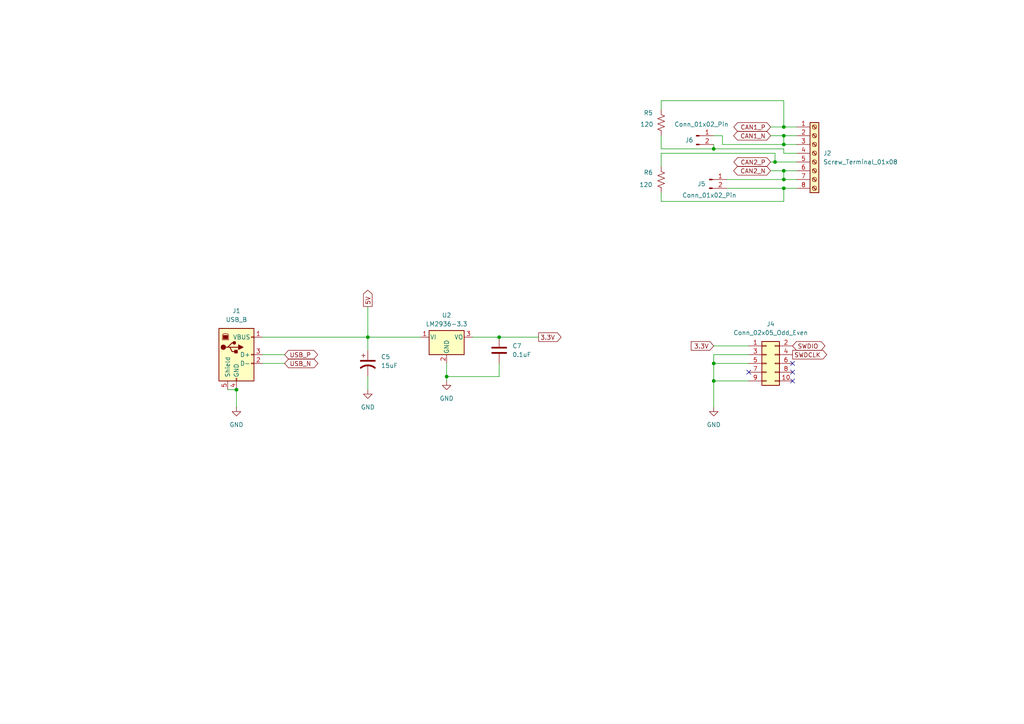
<source format=kicad_sch>
(kicad_sch (version 20250114) (generator "eeschema") (generator_version "9.0")
  (paper "A4")
  (title_block (title "USB and Power Supply") (date "2025-09-17") (comment 1 "Copyright 2025 Karl Yamashita"))
  (lib_symbols
    (symbol "Connector:Conn_01x02_Pin" (pin_names (offset 1.016) (hide yes))
      (property "Reference" "J" (at 0 2.54 0))
      (property "Value" "Conn_01x02_Pin" (at 0 -5.08 0))
      (symbol "Conn_01x02_Pin_1_1"
        (rectangle (start 0.8636 0.127) (end 0 -0.127) (stroke (width 0.1524)) (fill (type outline)))
        (rectangle (start 0.8636 -2.413) (end 0 -2.667) (stroke (width 0.1524)) (fill (type outline)))
        (polyline (pts (xy 1.27 0) (xy 0.8636 0)) (stroke (width 0.1524)))
        (polyline (pts (xy 1.27 -2.54) (xy 0.8636 -2.54)) (stroke (width 0.1524)))
        (pin passive line (at 5.08 0 180) (length 3.81) (name "Pin_1") (number "1"))
        (pin passive line (at 5.08 -2.54 180) (length 3.81) (name "Pin_2") (number "2"))
      )
    )
    (symbol "Connector:Screw_Terminal_01x08" (pin_names (offset 1.016) (hide yes))
      (property "Reference" "J" (at 0 10.16 0))
      (property "Value" "Screw_Terminal_01x08" (at 0 -12.7 0))
      (symbol "Screw_Terminal_01x08_1_1"
        (rectangle (start -1.27 8.89) (end 1.27 -11.43) (stroke (width 0.254)) (fill (type background)))
        (polyline (pts (xy -0.5334 7.9502) (xy 0.3302 7.112)) (stroke (width 0.1524)))
        (polyline (pts (xy -0.5334 5.4102) (xy 0.3302 4.572)) (stroke (width 0.1524)))
        (polyline (pts (xy -0.5334 2.8702) (xy 0.3302 2.032)) (stroke (width 0.1524)))
        (polyline (pts (xy -0.5334 0.3302) (xy 0.3302 -0.508)) (stroke (width 0.1524)))
        (polyline (pts (xy -0.5334 -2.2098) (xy 0.3302 -3.048)) (stroke (width 0.1524)))
        (polyline (pts (xy -0.5334 -4.7498) (xy 0.3302 -5.588)) (stroke (width 0.1524)))
        (polyline (pts (xy -0.5334 -7.2898) (xy 0.3302 -8.128)) (stroke (width 0.1524)))
        (polyline (pts (xy -0.5334 -9.8298) (xy 0.3302 -10.668)) (stroke (width 0.1524)))
        (polyline (pts (xy -0.3556 8.128) (xy 0.508 7.2898)) (stroke (width 0.1524)))
        (polyline (pts (xy -0.3556 5.588) (xy 0.508 4.7498)) (stroke (width 0.1524)))
        (polyline (pts (xy -0.3556 3.048) (xy 0.508 2.2098)) (stroke (width 0.1524)))
        (polyline (pts (xy -0.3556 0.508) (xy 0.508 -0.3302)) (stroke (width 0.1524)))
        (polyline (pts (xy -0.3556 -2.032) (xy 0.508 -2.8702)) (stroke (width 0.1524)))
        (polyline (pts (xy -0.3556 -4.572) (xy 0.508 -5.4102)) (stroke (width 0.1524)))
        (polyline (pts (xy -0.3556 -7.112) (xy 0.508 -7.9502)) (stroke (width 0.1524)))
        (polyline (pts (xy -0.3556 -9.652) (xy 0.508 -10.4902)) (stroke (width 0.1524)))
        (circle (center 0 7.62) (radius 0.635) (stroke (width 0.1524)))
        (circle (center 0 5.08) (radius 0.635) (stroke (width 0.1524)))
        (circle (center 0 2.54) (radius 0.635) (stroke (width 0.1524)))
        (circle (center 0 0) (radius 0.635) (stroke (width 0.1524)))
        (circle (center 0 -2.54) (radius 0.635) (stroke (width 0.1524)))
        (circle (center 0 -5.08) (radius 0.635) (stroke (width 0.1524)))
        (circle (center 0 -7.62) (radius 0.635) (stroke (width 0.1524)))
        (circle (center 0 -10.16) (radius 0.635) (stroke (width 0.1524)))
        (pin passive line (at -5.08 7.62 0) (length 3.81) (name "Pin_1") (number "1"))
        (pin passive line (at -5.08 5.08 0) (length 3.81) (name "Pin_2") (number "2"))
        (pin passive line (at -5.08 2.54 0) (length 3.81) (name "Pin_3") (number "3"))
        (pin passive line (at -5.08 0 0) (length 3.81) (name "Pin_4") (number "4"))
        (pin passive line (at -5.08 -2.54 0) (length 3.81) (name "Pin_5") (number "5"))
        (pin passive line (at -5.08 -5.08 0) (length 3.81) (name "Pin_6") (number "6"))
        (pin passive line (at -5.08 -7.62 0) (length 3.81) (name "Pin_7") (number "7"))
        (pin passive line (at -5.08 -10.16 0) (length 3.81) (name "Pin_8") (number "8"))
      )
    )
    (symbol "Connector:USB_B" (pin_names (offset 1.016))
      (property "Reference" "J" (at -5.08 11.43 0))
      (property "Value" "USB_B" (at -5.08 8.89 0))
      (symbol "USB_B_0_1"
        (rectangle (start -5.08 -7.62) (end 5.08 7.62) (stroke (width 0.254)) (fill (type background)))
        (polyline (pts (xy -4.064 4.318) (xy -2.286 4.318) (xy -2.286 5.715) (xy -2.667 6.096) (xy -3.683 6.096) (xy -4.064 5.715) (xy -4.064 4.318)))
        (rectangle (start -3.81 5.588) (end -2.54 4.572) (fill (type outline)))
        (circle (center -3.81 2.159) (radius 0.635) (stroke (width 0.254)) (fill (type outline)))
        (polyline (pts (xy -3.175 2.159) (xy -2.54 2.159) (xy -1.27 3.429) (xy -0.635 3.429)) (stroke (width 0.254)))
        (polyline (pts (xy -2.54 2.159) (xy -1.905 2.159) (xy -1.27 0.889) (xy 0 0.889)) (stroke (width 0.254)))
        (polyline (pts (xy -1.905 2.159) (xy 0.635 2.159)) (stroke (width 0.254)))
        (circle (center -0.635 3.429) (radius 0.381) (stroke (width 0.254)) (fill (type outline)))
        (rectangle (start -0.127 -7.62) (end 0.127 -6.858))
        (rectangle (start 0.254 1.27) (end -0.508 0.508) (stroke (width 0.254)) (fill (type outline)))
        (polyline (pts (xy 0.635 2.794) (xy 0.635 1.524) (xy 1.905 2.159) (xy 0.635 2.794)) (stroke (width 0.254)) (fill (type outline)))
        (rectangle (start 5.08 4.953) (end 4.318 5.207))
        (rectangle (start 5.08 -0.127) (end 4.318 0.127))
        (rectangle (start 5.08 -2.667) (end 4.318 -2.413))
      )
      (symbol "USB_B_1_1"
        (pin passive line (at -2.54 -10.16 90) (length 2.54) (name "Shield") (number "5"))
        (pin power_out line (at 0 -10.16 90) (length 2.54) (name "GND") (number "4"))
        (pin power_out line (at 7.62 5.08 180) (length 2.54) (name "VBUS") (number "1"))
        (pin bidirectional line (at 7.62 0 180) (length 2.54) (name "D+") (number "3"))
        (pin bidirectional line (at 7.62 -2.54 180) (length 2.54) (name "D-") (number "2"))
      )
    )
    (symbol "Connector_Generic:Conn_02x05_Odd_Even" (pin_names (offset 1.016) (hide yes))
      (property "Reference" "J" (at 1.27 7.62 0))
      (property "Value" "Conn_02x05_Odd_Even" (at 1.27 -7.62 0))
      (symbol "Conn_02x05_Odd_Even_1_1"
        (rectangle (start -1.27 6.35) (end 3.81 -6.35) (stroke (width 0.254)) (fill (type background)))
        (rectangle (start -1.27 5.207) (end 0 4.953) (stroke (width 0.1524)))
        (rectangle (start -1.27 2.667) (end 0 2.413) (stroke (width 0.1524)))
        (rectangle (start -1.27 0.127) (end 0 -0.127) (stroke (width 0.1524)))
        (rectangle (start -1.27 -2.413) (end 0 -2.667) (stroke (width 0.1524)))
        (rectangle (start -1.27 -4.953) (end 0 -5.207) (stroke (width 0.1524)))
        (rectangle (start 3.81 5.207) (end 2.54 4.953) (stroke (width 0.1524)))
        (rectangle (start 3.81 2.667) (end 2.54 2.413) (stroke (width 0.1524)))
        (rectangle (start 3.81 0.127) (end 2.54 -0.127) (stroke (width 0.1524)))
        (rectangle (start 3.81 -2.413) (end 2.54 -2.667) (stroke (width 0.1524)))
        (rectangle (start 3.81 -4.953) (end 2.54 -5.207) (stroke (width 0.1524)))
        (pin passive line (at -5.08 5.08 0) (length 3.81) (name "Pin_1") (number "1"))
        (pin passive line (at -5.08 2.54 0) (length 3.81) (name "Pin_3") (number "3"))
        (pin passive line (at -5.08 0 0) (length 3.81) (name "Pin_5") (number "5"))
        (pin passive line (at -5.08 -2.54 0) (length 3.81) (name "Pin_7") (number "7"))
        (pin passive line (at -5.08 -5.08 0) (length 3.81) (name "Pin_9") (number "9"))
        (pin passive line (at 7.62 5.08 180) (length 3.81) (name "Pin_2") (number "2"))
        (pin passive line (at 7.62 2.54 180) (length 3.81) (name "Pin_4") (number "4"))
        (pin passive line (at 7.62 0 180) (length 3.81) (name "Pin_6") (number "6"))
        (pin passive line (at 7.62 -2.54 180) (length 3.81) (name "Pin_8") (number "8"))
        (pin passive line (at 7.62 -5.08 180) (length 3.81) (name "Pin_10") (number "10"))
      )
    )
    (symbol "Device:C" (pin_numbers (hide yes)) (pin_names (offset 0.254))
      (property "Reference" "C" (at 0.635 2.54 0))
      (property "Value" "C" (at 0.635 -2.54 0))
      (symbol "C_0_1"
        (polyline (pts (xy -2.032 0.762) (xy 2.032 0.762)) (stroke (width 0.508)))
        (polyline (pts (xy -2.032 -0.762) (xy 2.032 -0.762)) (stroke (width 0.508)))
      )
      (symbol "C_1_1"
        (pin passive line (at 0 3.81 270) (length 2.794) (name "~") (number "1"))
        (pin passive line (at 0 -3.81 90) (length 2.794) (name "~") (number "2"))
      )
    )
    (symbol "Device:C_Polarized_US" (pin_numbers (hide yes)) (pin_names (offset 0.254) (hide yes))
      (property "Reference" "C" (at 0.635 2.54 0))
      (property "Value" "C_Polarized_US" (at 0.635 -2.54 0))
      (symbol "C_Polarized_US_0_1"
        (polyline (pts (xy -2.032 0.762) (xy 2.032 0.762)) (stroke (width 0.508)))
        (polyline (pts (xy -1.778 2.286) (xy -0.762 2.286)))
        (polyline (pts (xy -1.27 1.778) (xy -1.27 2.794)))
        (arc (start -2.032 -1.27) (mid 0 -0.5572) (end 2.032 -1.27) (stroke (width 0.508)))
      )
      (symbol "C_Polarized_US_1_1"
        (pin passive line (at 0 3.81 270) (length 2.794) (name "~") (number "1"))
        (pin passive line (at 0 -3.81 90) (length 3.302) (name "~") (number "2"))
      )
    )
    (symbol "Device:R_US" (pin_numbers (hide yes)) (pin_names (offset 0))
      (property "Reference" "R" (at 2.54 0 90))
      (property "Value" "R_US" (at -2.54 0 90))
      (symbol "R_US_0_1"
        (polyline (pts (xy 0 2.286) (xy 0 2.54)))
        (polyline (pts (xy 0 2.286) (xy 1.016 1.905) (xy 0 1.524) (xy -1.016 1.143) (xy 0 0.762)))
        (polyline (pts (xy 0 0.762) (xy 1.016 0.381) (xy 0 0) (xy -1.016 -0.381) (xy 0 -0.762)))
        (polyline (pts (xy 0 -0.762) (xy 1.016 -1.143) (xy 0 -1.524) (xy -1.016 -1.905) (xy 0 -2.286)))
        (polyline (pts (xy 0 -2.286) (xy 0 -2.54)))
      )
      (symbol "R_US_1_1"
        (pin passive line (at 0 3.81 270) (length 1.27) (name "~") (number "1"))
        (pin passive line (at 0 -3.81 90) (length 1.27) (name "~") (number "2"))
      )
    )
    (symbol "Regulator_Linear:LM2936-3.3" (pin_names (offset 0.254))
      (property "Reference" "U" (at -3.81 3.175 0))
      (property "Value" "LM2936-3.3" (at 0 3.175 0))
      (symbol "LM2936-3.3_0_1"
        (rectangle (start -5.08 1.905) (end 5.08 -5.08) (stroke (width 0.254)) (fill (type background)))
      )
      (symbol "LM2936-3.3_1_1"
        (pin power_in line (at -7.62 0 0) (length 2.54) (name "VI") (number "1"))
        (pin power_in line (at 0 -7.62 90) (length 2.54) (name "GND") (number "2"))
        (pin power_out line (at 7.62 0 180) (length 2.54) (name "VO") (number "3"))
      )
    )
    (symbol "power:GND" (power) (pin_numbers (hide yes)) (pin_names (offset 0) (hide yes))
      (property "Value" "GND" (at 0 -3.81 0))
      (symbol "GND_0_1"
        (polyline (pts (xy 0 0) (xy 0 -1.27) (xy 1.27 -1.27) (xy 0 -2.54) (xy -1.27 -1.27) (xy 0 -1.27)))
      )
      (symbol "GND_1_1"
        (pin power_in line (at 0 0 270) (length 0) (name "~") (number "1"))
      )
    )
  )
  (junction (at 227.33 41.91))
  (junction (at 227.33 52.07))
  (junction (at 207.01 105.41))
  (junction (at 129.54 109.22))
  (junction (at 68.58 113.03))
  (junction (at 106.68 97.79))
  (junction (at 207.01 110.49))
  (junction (at 224.79 46.99))
  (junction (at 227.33 54.61))
  (junction (at 227.33 39.37))
  (junction (at 227.33 36.83))
  (junction (at 207.01 43.18))
  (junction (at 227.33 49.53))
  (junction (at 144.78 97.79))
  (no_connect (at 217.17 107.95))
  (no_connect (at 229.87 110.49))
  (no_connect (at 229.87 105.41))
  (no_connect (at 229.87 107.95))
  (wire (pts (xy 217.17 102.87) (xy 207.01 102.87)))
  (wire (pts (xy 191.77 29.21) (xy 227.33 29.21)))
  (wire (pts (xy 223.52 49.53) (xy 227.33 49.53)))
  (wire (pts (xy 76.2 97.79) (xy 106.68 97.79)))
  (wire (pts (xy 68.58 113.03) (xy 66.04 113.03)))
  (wire (pts (xy 76.2 102.87) (xy 82.55 102.87)))
  (wire (pts (xy 129.54 109.22) (xy 129.54 110.49)))
  (wire (pts (xy 207.01 110.49) (xy 207.01 118.11)))
  (wire (pts (xy 210.82 52.07) (xy 227.33 52.07)))
  (wire (pts (xy 217.17 110.49) (xy 207.01 110.49)))
  (wire (pts (xy 223.52 39.37) (xy 227.33 39.37)))
  (wire (pts (xy 209.55 41.91) (xy 227.33 41.91)))
  (wire (pts (xy 144.78 105.41) (xy 144.78 109.22)))
  (wire (pts (xy 106.68 109.22) (xy 106.68 113.03)))
  (wire (pts (xy 227.33 54.61) (xy 227.33 58.42)))
  (wire (pts (xy 227.33 43.18) (xy 207.01 43.18)))
  (wire (pts (xy 227.33 44.45) (xy 227.33 43.18)))
  (wire (pts (xy 106.68 88.9) (xy 106.68 97.79)))
  (wire (pts (xy 227.33 58.42) (xy 191.77 58.42)))
  (wire (pts (xy 231.14 44.45) (xy 227.33 44.45)))
  (wire (pts (xy 129.54 105.41) (xy 129.54 109.22)))
  (wire (pts (xy 227.33 29.21) (xy 227.33 36.83)))
  (wire (pts (xy 191.77 43.18) (xy 191.77 39.37)))
  (wire (pts (xy 224.79 44.45) (xy 224.79 46.99)))
  (wire (pts (xy 106.68 97.79) (xy 121.92 97.79)))
  (wire (pts (xy 209.55 39.37) (xy 209.55 41.91)))
  (wire (pts (xy 207.01 39.37) (xy 209.55 39.37)))
  (wire (pts (xy 191.77 29.21) (xy 191.77 31.75)))
  (wire (pts (xy 207.01 102.87) (xy 207.01 105.41)))
  (wire (pts (xy 227.33 49.53) (xy 231.14 49.53)))
  (wire (pts (xy 227.33 39.37) (xy 231.14 39.37)))
  (wire (pts (xy 231.14 52.07) (xy 227.33 52.07)))
  (wire (pts (xy 231.14 41.91) (xy 227.33 41.91)))
  (wire (pts (xy 207.01 105.41) (xy 207.01 110.49)))
  (wire (pts (xy 207.01 100.33) (xy 217.17 100.33)))
  (wire (pts (xy 129.54 109.22) (xy 144.78 109.22)))
  (wire (pts (xy 207.01 43.18) (xy 191.77 43.18)))
  (wire (pts (xy 224.79 46.99) (xy 231.14 46.99)))
  (wire (pts (xy 137.16 97.79) (xy 144.78 97.79)))
  (wire (pts (xy 227.33 41.91) (xy 227.33 39.37)))
  (wire (pts (xy 191.77 44.45) (xy 224.79 44.45)))
  (wire (pts (xy 191.77 58.42) (xy 191.77 55.88)))
  (wire (pts (xy 223.52 46.99) (xy 224.79 46.99)))
  (wire (pts (xy 210.82 54.61) (xy 227.33 54.61)))
  (wire (pts (xy 207.01 105.41) (xy 217.17 105.41)))
  (wire (pts (xy 144.78 97.79) (xy 156.21 97.79)))
  (wire (pts (xy 191.77 48.26) (xy 191.77 44.45)))
  (wire (pts (xy 68.58 113.03) (xy 68.58 118.11)))
  (wire (pts (xy 231.14 54.61) (xy 227.33 54.61)))
  (wire (pts (xy 76.2 105.41) (xy 82.55 105.41)))
  (wire (pts (xy 106.68 97.79) (xy 106.68 101.6)))
  (wire (pts (xy 223.52 36.83) (xy 227.33 36.83)))
  (wire (pts (xy 227.33 52.07) (xy 227.33 49.53)))
  (wire (pts (xy 227.33 36.83) (xy 231.14 36.83)))
  (wire (pts (xy 207.01 41.91) (xy 207.01 43.18)))
  (global_label "USB_N" (shape bidirectional) (at 82.55 105.41 0) (property "Intersheetrefs" "${INTERSHEET_REFS}" (effects (hide yes))))
  (global_label "5V" (shape output) (at 106.68 88.9 90) (property "Intersheetrefs" "${INTERSHEET_REFS}" (effects (hide yes))))
  (global_label "CAN1_N" (shape bidirectional) (at 223.52 39.37 180) (property "Intersheetrefs" "${INTERSHEET_REFS}" (effects (hide yes))))
  (global_label "CAN2_N" (shape bidirectional) (at 223.52 49.53 180) (property "Intersheetrefs" "${INTERSHEET_REFS}" (effects (hide yes))))
  (global_label "CAN2_P" (shape bidirectional) (at 223.52 46.99 180) (property "Intersheetrefs" "${INTERSHEET_REFS}" (effects (hide yes))))
  (global_label "USB_P" (shape bidirectional) (at 82.55 102.87 0) (property "Intersheetrefs" "${INTERSHEET_REFS}" (effects (hide yes))))
  (global_label "3.3V" (shape output) (at 156.21 97.79 0) (property "Intersheetrefs" "${INTERSHEET_REFS}" (effects (hide yes))))
  (global_label "CAN1_P" (shape bidirectional) (at 223.52 36.83 180) (property "Intersheetrefs" "${INTERSHEET_REFS}" (effects (hide yes))))
  (global_label "SWDCLK" (shape output) (at 229.87 102.87 0) (property "Intersheetrefs" "${INTERSHEET_REFS}" (effects (hide yes))))
  (global_label "3.3V" (shape input) (at 207.01 100.33 180) (property "Intersheetrefs" "${INTERSHEET_REFS}" (effects (hide yes))))
  (global_label "SWDIO" (shape bidirectional) (at 229.87 100.33 0) (property "Intersheetrefs" "${INTERSHEET_REFS}" (effects (hide yes))))
  (symbol (lib_id "power:GND") (at 207.01 118.11 0) (unit 1)
    (property "Reference" "#PWR012" (effects (hide yes)))
    (property "Value" "GND" (at 207.01 123.19 0))
    (property "Description" "Power symbol creates a global label with name \"GND\" , ground" (effects (hide yes)))
  )
  (symbol (lib_id "Device:R_US") (at 191.77 52.07 0) (unit 1)
    (property "Reference" "R6" (at 186.69 50.038 0) (effects (justify left)))
    (property "Value" "120" (at 185.42 53.594 0) (effects (justify left)))
    (property "Footprint" "Resistor_SMD:R_0603_1608Metric" (effects (hide yes)))
    (property "Description" "Resistor, US symbol" (effects (hide yes)))
    (property "Mouser" "603-RC0603FR-13120RL" (effects (hide yes)))
  )
  (symbol (lib_id "Connector:Screw_Terminal_01x08") (at 236.22 44.45 0) (unit 1)
    (property "Reference" "J2" (at 238.76 44.4499 0) (effects (justify left)))
    (property "Value" "Screw_Terminal_01x08" (at 238.76 46.9899 0) (effects (justify left)))
    (property "Footprint" "Connector_Amphenol:Amphenol Anytek OQ0812510000G" (effects (hide yes)))
    (property "Description" "Generic screw terminal, single row, 01x08, script generated (kicad-library-utils/schlib/autogen/connector/)" (effects (hide yes)))
    (property "Mouser" "649-220110-C081A01LF" (effects (hide yes)))
  )
  (symbol (lib_id "power:GND") (at 106.68 113.03 0) (unit 1)
    (property "Reference" "#PWR04" (effects (hide yes)))
    (property "Value" "GND" (at 106.68 118.11 0))
    (property "Description" "Power symbol creates a global label with name \"GND\" , ground" (effects (hide yes)))
  )
  (symbol (lib_id "Regulator_Linear:LM2936-3.3") (at 129.54 97.79 0) (unit 1)
    (property "Reference" "U2" (at 129.54 91.44 0))
    (property "Value" "LM2936-3.3" (at 129.54 93.98 0))
    (property "Footprint" "Package_TO_SOT_SMD:SOT-223-3_TabPin2" (effects (hide yes)))
    (property "Datasheet" "http://www.ti.com/lit/ds/symlink/lm2936.pdf" (effects (hide yes)))
    (property "Description" "50mA Ultra-Low Quiescent Current LDO Voltage Regulator, 3.3V fixed output, TO-252/SOT-223" (effects (hide yes)))
    (property "Mouser" "595-LM2936QMP3.3NPB" (effects (hide yes)))
  )
  (symbol (lib_id "power:GND") (at 129.54 110.49 0) (unit 1)
    (property "Reference" "#PWR03" (effects (hide yes)))
    (property "Value" "GND" (at 129.54 115.57 0))
    (property "Description" "Power symbol creates a global label with name \"GND\" , ground" (effects (hide yes)))
  )
  (symbol (lib_id "Connector:Conn_01x02_Pin") (at 201.93 39.37 0) (unit 1)
    (property "Reference" "J6" (at 199.898 40.64 0))
    (property "Value" "Conn_01x02_Pin" (at 203.454 36.068 0))
    (property "Footprint" "Connector_PinHeader_2.54mm:PinHeader_1x02_P2.54mm_Vertical" (effects (hide yes)))
    (property "Description" "Generic connector, single row, 01x02, script generated" (effects (hide yes)))
  )
  (symbol (lib_id "Connector:Conn_01x02_Pin") (at 205.74 52.07 0) (unit 1)
    (property "Reference" "J5" (at 203.454 53.34 0))
    (property "Value" "Conn_01x02_Pin" (at 205.74 56.642 0))
    (property "Footprint" "Connector_PinHeader_2.54mm:PinHeader_1x02_P2.54mm_Vertical" (effects (hide yes)))
    (property "Description" "Generic connector, single row, 01x02, script generated" (effects (hide yes)))
  )
  (symbol (lib_id "Device:R_US") (at 191.77 35.56 0) (unit 1)
    (property "Reference" "R5" (at 186.69 32.766 0) (effects (justify left)))
    (property "Value" "120" (at 185.674 36.068 0) (effects (justify left)))
    (property "Footprint" "Resistor_SMD:R_0603_1608Metric" (effects (hide yes)))
    (property "Description" "Resistor, US symbol" (effects (hide yes)))
    (property "Mouser" "603-RC0603FR-13120RL" (effects (hide yes)))
  )
  (symbol (lib_id "power:GND") (at 68.58 118.11 0) (unit 1)
    (property "Reference" "#PWR09" (effects (hide yes)))
    (property "Value" "GND" (at 68.58 123.19 0))
    (property "Description" "Power symbol creates a global label with name \"GND\" , ground" (effects (hide yes)))
  )
  (symbol (lib_id "Device:C") (at 144.78 101.6 0) (unit 1)
    (property "Reference" "C7" (at 148.59 100.3299 0) (effects (justify left)))
    (property "Value" "0.1uF" (at 148.59 102.8699 0) (effects (justify left)))
    (property "Footprint" "Capacitor_SMD:C_0603_1608Metric" (effects (hide yes)))
    (property "Description" "Unpolarized capacitor" (effects (hide yes)))
    (property "Mouser" "603-C0603ZRY5V9BB104" (effects (hide yes)))
  )
  (symbol (lib_id "Connector:USB_B") (at 68.58 102.87 0) (unit 1)
    (property "Reference" "J1" (at 68.58 90.17 0))
    (property "Value" "USB_B" (at 68.58 92.71 0))
    (property "Footprint" "Connector_USB:USB_B_Lumberg_2411_02_Horizontal" (effects (hide yes)))
    (property "Description" "USB Type B connector" (effects (hide yes)))
    (property "Mouser" "523-UE27-BC54-100" (effects (hide yes)))
  )
  (symbol (lib_id "Connector_Generic:Conn_02x05_Odd_Even") (at 222.25 105.41 0) (unit 1)
    (property "Reference" "J4" (at 223.52 93.98 0))
    (property "Value" "Conn_02x05_Odd_Even" (at 223.52 96.52 0))
    (property "Footprint" "Samtect:CON10_2X5_DUK_FTSH_SAI-M" (effects (hide yes)))
    (property "Description" "Generic connector, double row, 02x05, odd/even pin numbering scheme (row 1 odd numbers, row 2 even numbers), script generated (kicad-library-utils/schlib/autogen/connector/)" (effects (hide yes)))
    (property "Mouser" "200-FTSH10501LDVKP" (effects (hide yes)))
  )
  (symbol (lib_id "Device:C_Polarized_US") (at 106.68 105.41 0) (unit 1)
    (property "Reference" "C5" (at 110.49 103.5049 0) (effects (justify left)))
    (property "Value" "15uF" (at 110.49 106.0449 0) (effects (justify left)))
    (property "Footprint" "Capacitor_SMD:C_Elec_4x5.4" (effects (hide yes)))
    (property "Description" "Polarized capacitor, US symbol" (effects (hide yes)))
    (property "Mouser" "667-10SVP15M" (effects (hide yes)))
  )
)
</source>
